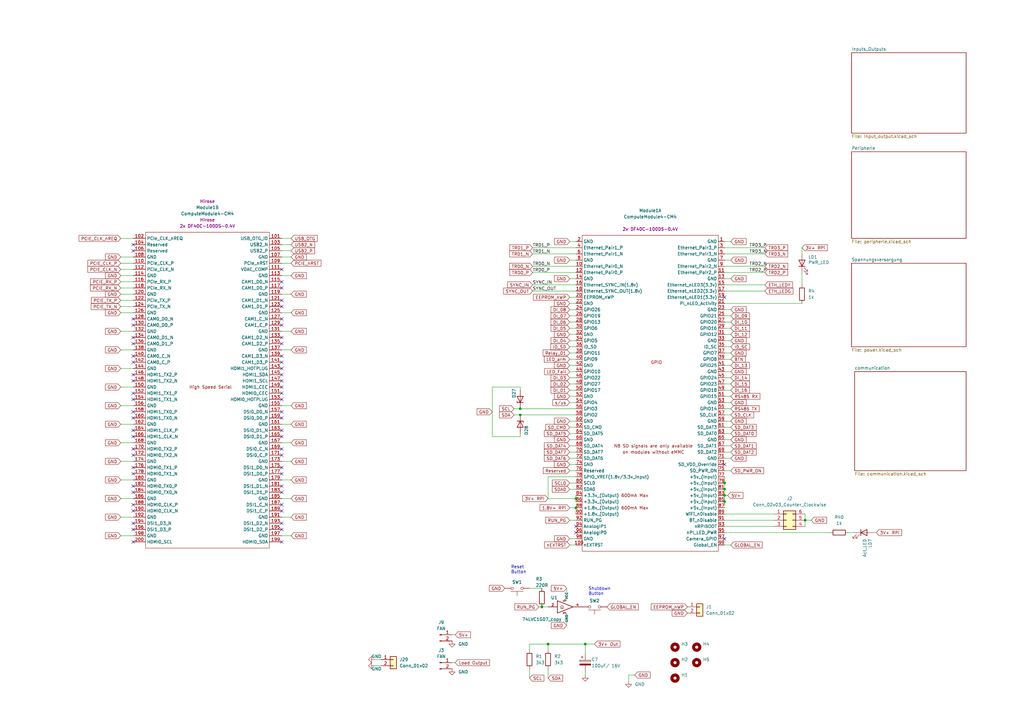
<source format=kicad_sch>
(kicad_sch (version 20211123) (generator eeschema)
  (paper "A3")
  (title_block (title "Crallyboard SoC") (date "2022-04-26") (rev "1.0") (comment 1 "Zum Anschluss eines Raspberry Pi CM4"))
  (junction (at 297.18 203.2))
  (junction (at 240.03 264.16))
  (junction (at 213.36 167.64))
  (junction (at 297.18 198.12))
  (junction (at 330.2 213.36))
  (junction (at 297.18 200.66))
  (junction (at 224.79 264.16))
  (junction (at 222.25 248.92))
  (junction (at 213.36 170.18))
  (junction (at 236.22 208.28))
  (junction (at 297.18 205.74))
  (junction (at 236.22 204.47))
  (no_connect (at 297.18 190.5))
  (no_connect (at 297.18 121.92))
  (no_connect (at 236.22 218.44))
  (no_connect (at 236.22 215.9))
  (no_connect (at 297.18 220.98))
  (no_connect (at 115.57 209.55))
  (no_connect (at 115.57 214.63))
  (no_connect (at 115.57 217.17))
  (no_connect (at 115.57 179.07))
  (no_connect (at 115.57 176.53))
  (no_connect (at 115.57 186.69))
  (no_connect (at 115.57 184.15))
  (no_connect (at 115.57 199.39))
  (no_connect (at 115.57 201.93))
  (no_connect (at 115.57 207.01))
  (no_connect (at 115.57 194.31))
  (no_connect (at 115.57 191.77))
  (no_connect (at 115.57 222.25))
  (no_connect (at 54.61 222.25))
  (no_connect (at 115.57 125.73))
  (no_connect (at 54.61 156.21))
  (no_connect (at 54.61 153.67))
  (no_connect (at 54.61 194.31))
  (no_connect (at 54.61 191.77))
  (no_connect (at 54.61 186.69))
  (no_connect (at 54.61 184.15))
  (no_connect (at 54.61 138.43))
  (no_connect (at 54.61 140.97))
  (no_connect (at 54.61 130.81))
  (no_connect (at 54.61 133.35))
  (no_connect (at 54.61 100.33))
  (no_connect (at 54.61 102.87))
  (no_connect (at 54.61 146.05))
  (no_connect (at 54.61 148.59))
  (no_connect (at 54.61 199.39))
  (no_connect (at 54.61 179.07))
  (no_connect (at 54.61 176.53))
  (no_connect (at 54.61 214.63))
  (no_connect (at 54.61 217.17))
  (no_connect (at 54.61 201.93))
  (no_connect (at 54.61 207.01))
  (no_connect (at 54.61 209.55))
  (no_connect (at 54.61 171.45))
  (no_connect (at 54.61 168.91))
  (no_connect (at 54.61 163.83))
  (no_connect (at 54.61 161.29))
  (no_connect (at 115.57 168.91))
  (no_connect (at 115.57 163.83))
  (no_connect (at 115.57 161.29))
  (no_connect (at 115.57 158.75))
  (no_connect (at 115.57 171.45))
  (no_connect (at 115.57 123.19))
  (no_connect (at 115.57 110.49))
  (no_connect (at 115.57 115.57))
  (no_connect (at 115.57 118.11))
  (no_connect (at 115.57 153.67))
  (no_connect (at 115.57 148.59))
  (no_connect (at 115.57 156.21))
  (no_connect (at 115.57 151.13))
  (no_connect (at 115.57 130.81))
  (no_connect (at 115.57 133.35))
  (no_connect (at 115.57 138.43))
  (no_connect (at 115.57 140.97))
  (no_connect (at 115.57 146.05))
  (wire (pts (xy 217.17 274.32) (xy 217.17 278.13)))
  (wire (pts (xy 236.22 114.3) (xy 233.68 114.3)))
  (wire (pts (xy 233.68 213.36) (xy 236.22 213.36)))
  (wire (pts (xy 49.53 115.57) (xy 54.61 115.57)))
  (wire (pts (xy 328.93 111.76) (xy 328.93 116.84)))
  (wire (pts (xy 297.18 167.64) (xy 299.72 167.64)))
  (wire (pts (xy 257.81 276.86) (xy 257.81 279.4)))
  (wire (pts (xy 297.18 111.76) (xy 313.69 111.76)))
  (wire (pts (xy 297.18 218.44) (xy 340.36 218.44)))
  (wire (pts (xy 297.18 177.8) (xy 299.72 177.8)))
  (wire (pts (xy 54.61 135.89) (xy 49.53 135.89)))
  (wire (pts (xy 218.44 104.14) (xy 236.22 104.14)))
  (wire (pts (xy 233.68 165.1) (xy 236.22 165.1)))
  (wire (pts (xy 54.61 189.23) (xy 49.53 189.23)))
  (wire (pts (xy 297.18 119.38) (xy 313.69 119.38)))
  (wire (pts (xy 153.67 270.51) (xy 156.21 270.51)))
  (wire (pts (xy 260.35 276.86) (xy 257.81 276.86)))
  (wire (pts (xy 224.79 264.16) (xy 224.79 266.7)))
  (wire (pts (xy 240.03 264.16) (xy 240.03 267.97)))
  (wire (pts (xy 233.68 124.46) (xy 236.22 124.46)))
  (wire (pts (xy 297.18 109.22) (xy 313.69 109.22)))
  (wire (pts (xy 297.18 223.52) (xy 299.72 223.52)))
  (wire (pts (xy 218.44 119.38) (xy 236.22 119.38)))
  (wire (pts (xy 115.57 128.27) (xy 119.38 128.27)))
  (wire (pts (xy 297.18 157.48) (xy 299.72 157.48)))
  (wire (pts (xy 213.36 158.75) (xy 213.36 160.02)))
  (wire (pts (xy 297.18 129.54) (xy 299.72 129.54)))
  (wire (pts (xy 233.68 134.62) (xy 236.22 134.62)))
  (wire (pts (xy 297.18 116.84) (xy 313.69 116.84)))
  (wire (pts (xy 115.57 100.33) (xy 119.38 100.33)))
  (wire (pts (xy 220.98 248.92) (xy 222.25 248.92)))
  (wire (pts (xy 185.42 271.78) (xy 186.69 271.78)))
  (wire (pts (xy 233.68 144.78) (xy 236.22 144.78)))
  (wire (pts (xy 243.84 264.16) (xy 240.03 264.16)))
  (wire (pts (xy 54.61 128.27) (xy 49.53 128.27)))
  (wire (pts (xy 54.61 105.41) (xy 49.53 105.41)))
  (wire (pts (xy 233.68 154.94) (xy 236.22 154.94)))
  (wire (pts (xy 54.61 204.47) (xy 49.53 204.47)))
  (wire (pts (xy 297.18 205.74) (xy 297.18 208.28)))
  (wire (pts (xy 115.57 166.37) (xy 119.38 166.37)))
  (wire (pts (xy 115.57 102.87) (xy 119.38 102.87)))
  (wire (pts (xy 297.18 137.16) (xy 299.72 137.16)))
  (wire (pts (xy 236.22 180.34) (xy 233.68 180.34)))
  (wire (pts (xy 297.18 127) (xy 299.72 127)))
  (wire (pts (xy 297.18 134.62) (xy 299.72 134.62)))
  (wire (pts (xy 297.18 203.2) (xy 298.45 203.2)))
  (wire (pts (xy 297.18 99.06) (xy 299.72 99.06)))
  (wire (pts (xy 233.68 147.32) (xy 236.22 147.32)))
  (wire (pts (xy 297.18 144.78) (xy 299.72 144.78)))
  (wire (pts (xy 236.22 137.16) (xy 233.68 137.16)))
  (wire (pts (xy 233.68 187.96) (xy 236.22 187.96)))
  (wire (pts (xy 297.18 210.82) (xy 317.5 210.82)))
  (wire (pts (xy 233.68 177.8) (xy 236.22 177.8)))
  (wire (pts (xy 54.61 166.37) (xy 49.53 166.37)))
  (wire (pts (xy 233.68 175.26) (xy 236.22 175.26)))
  (wire (pts (xy 233.68 193.04) (xy 236.22 193.04)))
  (wire (pts (xy 49.53 107.95) (xy 54.61 107.95)))
  (wire (pts (xy 350.52 218.44) (xy 347.98 218.44)))
  (wire (pts (xy 297.18 185.42) (xy 299.72 185.42)))
  (wire (pts (xy 236.22 106.68) (xy 233.68 106.68)))
  (wire (pts (xy 297.18 193.04) (xy 299.72 193.04)))
  (wire (pts (xy 115.57 173.99) (xy 119.38 173.99)))
  (wire (pts (xy 297.18 106.68) (xy 299.72 106.68)))
  (wire (pts (xy 297.18 139.7) (xy 299.72 139.7)))
  (wire (pts (xy 297.18 147.32) (xy 299.72 147.32)))
  (wire (pts (xy 115.57 105.41) (xy 119.38 105.41)))
  (wire (pts (xy 224.79 204.47) (xy 236.22 204.47)))
  (wire (pts (xy 210.82 170.18) (xy 213.36 170.18)))
  (wire (pts (xy 236.22 220.98) (xy 233.68 220.98)))
  (wire (pts (xy 233.68 182.88) (xy 236.22 182.88)))
  (wire (pts (xy 332.74 213.36) (xy 330.2 213.36)))
  (wire (pts (xy 236.22 204.47) (xy 236.22 203.2)))
  (wire (pts (xy 233.68 129.54) (xy 236.22 129.54)))
  (wire (pts (xy 236.22 208.28) (xy 236.22 210.82)))
  (wire (pts (xy 236.22 172.72) (xy 233.68 172.72)))
  (wire (pts (xy 49.53 97.79) (xy 54.61 97.79)))
  (wire (pts (xy 153.67 273.05) (xy 156.21 273.05)))
  (wire (pts (xy 297.18 182.88) (xy 299.72 182.88)))
  (wire (pts (xy 233.68 157.48) (xy 236.22 157.48)))
  (wire (pts (xy 213.36 179.07) (xy 213.36 177.8)))
  (wire (pts (xy 297.18 213.36) (xy 317.5 213.36)))
  (wire (pts (xy 54.61 196.85) (xy 49.53 196.85)))
  (wire (pts (xy 218.44 116.84) (xy 236.22 116.84)))
  (wire (pts (xy 224.79 195.58) (xy 224.79 204.47)))
  (wire (pts (xy 210.82 167.64) (xy 213.36 167.64)))
  (wire (pts (xy 213.36 167.64) (xy 236.22 167.64)))
  (wire (pts (xy 49.53 118.11) (xy 54.61 118.11)))
  (wire (pts (xy 297.18 104.14) (xy 313.69 104.14)))
  (wire (pts (xy 213.36 170.18) (xy 236.22 170.18)))
  (wire (pts (xy 54.61 158.75) (xy 49.53 158.75)))
  (wire (pts (xy 233.68 200.66) (xy 236.22 200.66)))
  (wire (pts (xy 233.68 152.4) (xy 236.22 152.4)))
  (wire (pts (xy 213.36 179.07) (xy 201.93 179.07)))
  (wire (pts (xy 297.18 175.26) (xy 299.72 175.26)))
  (wire (pts (xy 115.57 113.03) (xy 119.38 113.03)))
  (wire (pts (xy 297.18 200.66) (xy 297.18 203.2)))
  (wire (pts (xy 213.36 158.75) (xy 201.93 158.75)))
  (wire (pts (xy 297.18 172.72) (xy 299.72 172.72)))
  (wire (pts (xy 222.25 248.92) (xy 224.79 248.92)))
  (wire (pts (xy 232.41 251.46) (xy 232.41 256.54)))
  (wire (pts (xy 330.2 210.82) (xy 330.2 213.36)))
  (wire (pts (xy 240.03 275.59) (xy 240.03 276.86)))
  (wire (pts (xy 115.57 97.79) (xy 119.38 97.79)))
  (wire (pts (xy 232.41 241.3) (xy 232.41 246.38)))
  (wire (pts (xy 236.22 204.47) (xy 236.22 205.74)))
  (wire (pts (xy 49.53 125.73) (xy 54.61 125.73)))
  (wire (pts (xy 297.18 160.02) (xy 299.72 160.02)))
  (wire (pts (xy 297.18 203.2) (xy 297.18 205.74)))
  (wire (pts (xy 119.38 107.95) (xy 115.57 107.95)))
  (wire (pts (xy 233.68 208.28) (xy 236.22 208.28)))
  (wire (pts (xy 236.22 162.56) (xy 233.68 162.56)))
  (wire (pts (xy 54.61 151.13) (xy 49.53 151.13)))
  (wire (pts (xy 115.57 204.47) (xy 119.38 204.47)))
  (wire (pts (xy 218.44 111.76) (xy 236.22 111.76)))
  (wire (pts (xy 297.18 170.18) (xy 299.72 170.18)))
  (wire (pts (xy 54.61 120.65) (xy 49.53 120.65)))
  (wire (pts (xy 54.61 143.51) (xy 49.53 143.51)))
  (wire (pts (xy 297.18 114.3) (xy 299.72 114.3)))
  (wire (pts (xy 233.68 142.24) (xy 236.22 142.24)))
  (wire (pts (xy 49.53 123.19) (xy 54.61 123.19)))
  (wire (pts (xy 233.68 223.52) (xy 236.22 223.52)))
  (wire (pts (xy 218.44 109.22) (xy 236.22 109.22)))
  (wire (pts (xy 185.42 260.35) (xy 186.69 260.35)))
  (wire (pts (xy 224.79 274.32) (xy 224.79 278.13)))
  (wire (pts (xy 115.57 181.61) (xy 119.38 181.61)))
  (wire (pts (xy 297.18 142.24) (xy 299.72 142.24)))
  (wire (pts (xy 54.61 113.03) (xy 49.53 113.03)))
  (wire (pts (xy 233.68 139.7) (xy 236.22 139.7)))
  (wire (pts (xy 115.57 219.71) (xy 119.38 219.71)))
  (wire (pts (xy 54.61 219.71) (xy 49.53 219.71)))
  (wire (pts (xy 217.17 241.3) (xy 222.25 241.3)))
  (wire (pts (xy 54.61 181.61) (xy 49.53 181.61)))
  (wire (pts (xy 54.61 212.09) (xy 49.53 212.09)))
  (wire (pts (xy 297.18 187.96) (xy 299.72 187.96)))
  (wire (pts (xy 297.18 101.6) (xy 313.69 101.6)))
  (wire (pts (xy 54.61 173.99) (xy 49.53 173.99)))
  (wire (pts (xy 115.57 189.23) (xy 119.38 189.23)))
  (wire (pts (xy 217.17 264.16) (xy 224.79 264.16)))
  (wire (pts (xy 236.22 149.86) (xy 233.68 149.86)))
  (wire (pts (xy 297.18 165.1) (xy 299.72 165.1)))
  (wire (pts (xy 297.18 195.58) (xy 297.18 198.12)))
  (wire (pts (xy 217.17 266.7) (xy 217.17 264.16)))
  (wire (pts (xy 297.18 154.94) (xy 299.72 154.94)))
  (wire (pts (xy 240.03 264.16) (xy 224.79 264.16)))
  (wire (pts (xy 297.18 132.08) (xy 299.72 132.08)))
  (wire (pts (xy 201.93 158.75) (xy 201.93 179.07)))
  (wire (pts (xy 297.18 180.34) (xy 299.72 180.34)))
  (wire (pts (xy 233.68 132.08) (xy 236.22 132.08)))
  (wire (pts (xy 115.57 196.85) (xy 119.38 196.85)))
  (wire (pts (xy 330.2 213.36) (xy 330.2 215.9)))
  (wire (pts (xy 297.18 149.86) (xy 299.72 149.86)))
  (wire (pts (xy 236.22 99.06) (xy 233.68 99.06)))
  (wire (pts (xy 115.57 135.89) (xy 119.38 135.89)))
  (wire (pts (xy 115.57 212.09) (xy 119.38 212.09)))
  (wire (pts (xy 297.18 198.12) (xy 297.18 200.66)))
  (wire (pts (xy 233.68 198.12) (xy 236.22 198.12)))
  (wire (pts (xy 224.79 195.58) (xy 236.22 195.58)))
  (wire (pts (xy 297.18 215.9) (xy 317.5 215.9)))
  (wire (pts (xy 297.18 124.46) (xy 328.93 124.46)))
  (wire (pts (xy 233.68 160.02) (xy 236.22 160.02)))
  (wire (pts (xy 236.22 190.5) (xy 233.68 190.5)))
  (wire (pts (xy 359.41 218.44) (xy 358.14 218.44)))
  (wire (pts (xy 328.93 101.6) (xy 328.93 104.14)))
  (wire (pts (xy 115.57 120.65) (xy 119.38 120.65)))
  (wire (pts (xy 49.53 110.49) (xy 54.61 110.49)))
  (wire (pts (xy 233.68 127) (xy 236.22 127)))
  (wire (pts (xy 297.18 152.4) (xy 299.72 152.4)))
  (wire (pts (xy 297.18 162.56) (xy 299.72 162.56)))
  (wire (pts (xy 233.68 121.92) (xy 236.22 121.92)))
  (wire (pts (xy 233.68 185.42) (xy 236.22 185.42)))
  (wire (pts (xy 218.44 101.6) (xy 236.22 101.6)))
  (wire (pts (xy 115.57 143.51) (xy 119.38 143.51)))
  (text "Reset\nButton\n\n" (at 209.55 237.49 0) (effects (font (size 1.27 1.27)) (justify left bottom)))
  (text "Shutdown\nButton\n\n" (at 241.3 246.38 0) (effects (font (size 1.27 1.27)) (justify left bottom)))
  (label "TRD1_P" (at 218.44 101.6 0))
  (label "TRD3_N" (at 307.34 104.14 0))
  (label "SYNC_IN" (at 218.44 116.84 0))
  (label "TRD3_P" (at 307.34 101.6 0))
  (label "TRD2_N" (at 307.34 109.22 0))
  (label "TRD0_P" (at 218.44 111.76 0))
  (label "TRD2_P" (at 307.34 111.76 0))
  (label "TRD0_N" (at 218.44 109.22 0))
  (label "TRD1_N" (at 218.44 104.14 0))
  (label "SYNC_OUT" (at 218.44 119.38 0))
  (global_label "GND" (shape input) (at 119.38 173.99 0) (property "Intersheet References" "${INTERSHEET_REFS}" (effects hide)))
  (global_label "ID_SC" (shape input) (at 299.72 142.24 0) (property "Intersheet References" "${INTERSHEET_REFS}" (effects hide)))
  (global_label "USB2_N" (shape input) (at 119.38 100.33 0) (property "Referenzen zwischen Schaltplänen" "${INTERSHEET_REFS}" (effects hide)))
  (global_label "USB_OTG" (shape input) (at 119.38 97.79 0) (property "Referenzen zwischen Schaltplänen" "${INTERSHEET_REFS}" (effects hide)))
  (global_label "SD_PWR_ON" (shape input) (at 299.72 193.04 0) (property "Intersheet References" "${INTERSHEET_REFS}" (effects hide)))
  (global_label "GND" (shape input) (at 299.72 114.3 0) (property "Intersheet References" "${INTERSHEET_REFS}" (effects hide)))
  (global_label "SYNC_IN" (shape input) (at 218.44 116.84 180) (property "Intersheet References" "${INTERSHEET_REFS}" (effects hide)))
  (global_label "GND" (shape input) (at 49.53 120.65 180) (property "Intersheet References" "${INTERSHEET_REFS}" (effects hide)))
  (global_label "s{slash}us" (shape input) (at 233.68 165.1 180) (property "Intersheet References" "${INTERSHEET_REFS}" (effects hide)))
  (global_label "Load Output" (shape input) (at 186.69 271.78 0) (property "Intersheet References" "${INTERSHEET_REFS}" (effects hide)))
  (global_label "BTN" (shape input) (at 299.72 147.32 0) (property "Intersheet References" "${INTERSHEET_REFS}" (effects hide)))
  (global_label "GND" (shape input) (at 299.72 172.72 0) (property "Intersheet References" "${INTERSHEET_REFS}" (effects hide)))
  (global_label "ETH_LEDG" (shape input) (at 313.69 119.38 0) (property "Intersheet References" "${INTERSHEET_REFS}" (effects hide)))
  (global_label "GND" (shape input) (at 119.38 212.09 0) (property "Intersheet References" "${INTERSHEET_REFS}" (effects hide)))
  (global_label "PCIE_TX_P" (shape input) (at 49.53 123.19 180) (property "Intersheet References" "${INTERSHEET_REFS}" (effects hide)))
  (global_label "TRD2_P" (shape input) (at 313.69 111.76 0) (property "Intersheet References" "${INTERSHEET_REFS}" (effects hide)))
  (global_label "GND" (shape input) (at 233.68 137.16 180) (property "Intersheet References" "${INTERSHEET_REFS}" (effects hide)))
  (global_label "GND" (shape input) (at 299.72 180.34 0) (property "Intersheet References" "${INTERSHEET_REFS}" (effects hide)))
  (global_label "GND" (shape input) (at 299.72 187.96 0) (property "Intersheet References" "${INTERSHEET_REFS}" (effects hide)))
  (global_label "GND" (shape input) (at 49.53 128.27 180) (property "Intersheet References" "${INTERSHEET_REFS}" (effects hide)))
  (global_label "SCL" (shape input) (at 210.82 167.64 180) (property "Intersheet References" "${INTERSHEET_REFS}" (effects hide)))
  (global_label "GND" (shape input) (at 299.72 106.68 0) (property "Intersheet References" "${INTERSHEET_REFS}" (effects hide)))
  (global_label "GND" (shape input) (at 49.53 158.75 180) (property "Intersheet References" "${INTERSHEET_REFS}" (effects hide)))
  (global_label "GND" (shape input) (at 119.38 105.41 0) (property "Intersheet References" "${INTERSHEET_REFS}" (effects hide)))
  (global_label "SCL0" (shape input) (at 233.68 198.12 180) (property "Intersheet References" "${INTERSHEET_REFS}" (effects hide)))
  (global_label "Relay_01" (shape input) (at 233.68 144.78 180) (property "Intersheet References" "${INTERSHEET_REFS}" (effects hide)))
  (global_label "ID_SD" (shape input) (at 233.68 142.24 180) (property "Intersheet References" "${INTERSHEET_REFS}" (effects hide)))
  (global_label "5V+" (shape input) (at 232.41 241.3 180) (property "Intersheet References" "${INTERSHEET_REFS}" (effects hide)))
  (global_label "GND" (shape input) (at 119.38 204.47 0) (property "Intersheet References" "${INTERSHEET_REFS}" (effects hide)))
  (global_label "SD_DAT7" (shape input) (at 233.68 185.42 180) (property "Intersheet References" "${INTERSHEET_REFS}" (effects hide)))
  (global_label "GND" (shape input) (at 201.93 168.91 180) (property "Intersheet References" "${INTERSHEET_REFS}" (effects hide)))
  (global_label "PCIE_CLK_P" (shape input) (at 49.53 107.95 180) (property "Intersheet References" "${INTERSHEET_REFS}" (effects hide)))
  (global_label "SDA" (shape input) (at 224.79 278.13 0) (property "Intersheet References" "${INTERSHEET_REFS}" (effects hide)))
  (global_label "GND" (shape input) (at 119.38 143.51 0) (property "Intersheet References" "${INTERSHEET_REFS}" (effects hide)))
  (global_label "GND" (shape input) (at 119.38 181.61 0) (property "Intersheet References" "${INTERSHEET_REFS}" (effects hide)))
  (global_label "EEPROM_nWP" (shape input) (at 233.68 121.92 180) (property "Intersheet References" "${INTERSHEET_REFS}" (effects hide)))
  (global_label "GND" (shape input) (at 233.68 149.86 180) (property "Intersheet References" "${INTERSHEET_REFS}" (effects hide)))
  (global_label "TRD3_P" (shape input) (at 313.69 101.6 0) (property "Intersheet References" "${INTERSHEET_REFS}" (effects hide)))
  (global_label "DI_04" (shape input) (at 233.68 139.7 180) (property "Intersheet References" "${INTERSHEET_REFS}" (effects hide)))
  (global_label "GND" (shape input) (at 49.53 212.09 180) (property "Intersheet References" "${INTERSHEET_REFS}" (effects hide)))
  (global_label "1.8V+ RPi" (shape input) (at 233.68 208.28 180) (property "Intersheet References" "${INTERSHEET_REFS}" (effects hide)))
  (global_label "GND" (shape input) (at 119.38 135.89 0) (property "Intersheet References" "${INTERSHEET_REFS}" (effects hide)))
  (global_label "DI_11" (shape input) (at 299.72 134.62 0) (property "Intersheet References" "${INTERSHEET_REFS}" (effects hide)))
  (global_label "5V+" (shape input) (at 298.45 203.2 0) (property "Intersheet References" "${INTERSHEET_REFS}" (effects hide)))
  (global_label "SD_DAT1" (shape input) (at 299.72 182.88 0) (property "Intersheet References" "${INTERSHEET_REFS}" (effects hide)))
  (global_label "Reserved" (shape input) (at 233.68 193.04 180) (property "Intersheet References" "${INTERSHEET_REFS}" (effects hide)))
  (global_label "3V+ RPi" (shape input) (at 224.79 204.47 180) (property "Intersheet References" "${INTERSHEET_REFS}" (effects hide)))
  (global_label "SD_CMD" (shape input) (at 233.68 175.26 180) (property "Intersheet References" "${INTERSHEET_REFS}" (effects hide)))
  (global_label "DI_03" (shape input) (at 233.68 154.94 180) (property "Intersheet References" "${INTERSHEET_REFS}" (effects hide)))
  (global_label "GND" (shape input) (at 49.53 143.51 180) (property "Intersheet References" "${INTERSHEET_REFS}" (effects hide)))
  (global_label "GND" (shape input) (at 49.53 151.13 180) (property "Intersheet References" "${INTERSHEET_REFS}" (effects hide)))
  (global_label "GLOBAL_EN" (shape input) (at 248.92 248.92 0) (property "Intersheet References" "${INTERSHEET_REFS}" (effects hide)))
  (global_label "PCIE_nRST" (shape input) (at 119.38 107.95 0) (property "Intersheet References" "${INTERSHEET_REFS}" (effects hide)))
  (global_label "3V+ RPi" (shape input) (at 328.93 101.6 0) (property "Intersheet References" "${INTERSHEET_REFS}" (effects hide)))
  (global_label "SCL" (shape input) (at 217.17 278.13 0) (property "Intersheet References" "${INTERSHEET_REFS}" (effects hide)))
  (global_label "SD_DAT4" (shape input) (at 233.68 182.88 180) (property "Intersheet References" "${INTERSHEET_REFS}" (effects hide)))
  (global_label "GND" (shape input) (at 119.38 113.03 0) (property "Intersheet References" "${INTERSHEET_REFS}" (effects hide)))
  (global_label "SD_DAT5" (shape input) (at 233.68 177.8 180) (property "Intersheet References" "${INTERSHEET_REFS}" (effects hide)))
  (global_label "TRD0_N" (shape input) (at 218.44 109.22 180) (property "Intersheet References" "${INTERSHEET_REFS}" (effects hide)))
  (global_label "GND" (shape input) (at 207.01 241.3 180) (property "Intersheet References" "${INTERSHEET_REFS}" (effects hide)))
  (global_label "SD_DAT0" (shape input) (at 299.72 177.8 0) (property "Intersheet References" "${INTERSHEET_REFS}" (effects hide)))
  (global_label "3V+ RPi" (shape input) (at 359.41 218.44 0) (property "Intersheet References" "${INTERSHEET_REFS}" (effects hide)))
  (global_label "TRD1_P" (shape input) (at 218.44 101.6 180) (property "Intersheet References" "${INTERSHEET_REFS}" (effects hide)))
  (global_label "DI_05" (shape input) (at 233.68 134.62 180) (property "Intersheet References" "${INTERSHEET_REFS}" (effects hide)))
  (global_label "RS485 TX" (shape input) (at 299.72 167.64 0) (property "Intersheet References" "${INTERSHEET_REFS}" (effects hide)))
  (global_label "GND" (shape input) (at 299.72 127 0) (property "Intersheet References" "${INTERSHEET_REFS}" (effects hide)))
  (global_label "DI_15" (shape input) (at 299.72 157.48 0) (property "Intersheet References" "${INTERSHEET_REFS}" (effects hide)))
  (global_label "DI_10" (shape input) (at 299.72 132.08 0) (property "Intersheet References" "${INTERSHEET_REFS}" (effects hide)))
  (global_label "nEXTRST" (shape input) (at 233.68 223.52 180) (property "Referenzen zwischen Schaltplänen" "${INTERSHEET_REFS}" (effects hide)))
  (global_label "GND" (shape input) (at 299.72 152.4 0) (property "Intersheet References" "${INTERSHEET_REFS}" (effects hide)))
  (global_label "GND" (shape input) (at 233.68 114.3 180) (property "Intersheet References" "${INTERSHEET_REFS}" (effects hide)))
  (global_label "GND" (shape input) (at 119.38 166.37 0) (property "Intersheet References" "${INTERSHEET_REFS}" (effects hide)))
  (global_label "PCIE_CLK_nREQ" (shape input) (at 49.53 97.79 180) (property "Intersheet References" "${INTERSHEET_REFS}" (effects hide)))
  (global_label "DI_16" (shape input) (at 299.72 160.02 0) (property "Intersheet References" "${INTERSHEET_REFS}" (effects hide)))
  (global_label "GLOBAL_EN" (shape input) (at 299.72 223.52 0) (property "Intersheet References" "${INTERSHEET_REFS}" (effects hide)))
  (global_label "GND" (shape input) (at 232.41 256.54 180) (property "Intersheet References" "${INTERSHEET_REFS}" (effects hide)))
  (global_label "EEPROM_nWP" (shape input) (at 281.94 248.92 180) (property "Intersheet References" "${INTERSHEET_REFS}" (effects hide)))
  (global_label "PCIE_CLK_N" (shape input) (at 49.53 110.49 180) (property "Intersheet References" "${INTERSHEET_REFS}" (effects hide)))
  (global_label "GND" (shape input) (at 299.72 99.06 0) (property "Intersheet References" "${INTERSHEET_REFS}" (effects hide)))
  (global_label "DI_09" (shape input) (at 299.72 129.54 0) (property "Intersheet References" "${INTERSHEET_REFS}" (effects hide)))
  (global_label "GND" (shape input) (at 49.53 173.99 180) (property "Intersheet References" "${INTERSHEET_REFS}" (effects hide)))
  (global_label "5V+" (shape input) (at 186.69 260.35 0) (property "Intersheet References" "${INTERSHEET_REFS}" (effects hide)))
  (global_label "GND" (shape input) (at 233.68 220.98 180) (property "Intersheet References" "${INTERSHEET_REFS}" (effects hide)))
  (global_label "GND" (shape input) (at 49.53 189.23 180) (property "Intersheet References" "${INTERSHEET_REFS}" (effects hide)))
  (global_label "GND" (shape input) (at 233.68 190.5 180) (property "Intersheet References" "${INTERSHEET_REFS}" (effects hide)))
  (global_label "GND" (shape input) (at 233.68 162.56 180) (property "Intersheet References" "${INTERSHEET_REFS}" (effects hide)))
  (global_label "TRD0_P" (shape input) (at 218.44 111.76 180) (property "Intersheet References" "${INTERSHEET_REFS}" (effects hide)))
  (global_label "DI_08" (shape input) (at 233.68 127 180) (property "Intersheet References" "${INTERSHEET_REFS}" (effects hide)))
  (global_label "GND" (shape input) (at 260.35 276.86 0) (property "Intersheet References" "${INTERSHEET_REFS}" (effects hide)))
  (global_label "GND" (shape input) (at 233.68 106.68 180) (property "Intersheet References" "${INTERSHEET_REFS}" (effects hide)))
  (global_label "GND" (shape input) (at 119.38 128.27 0) (property "Intersheet References" "${INTERSHEET_REFS}" (effects hide)))
  (global_label "GND" (shape input) (at 119.38 219.71 0) (property "Intersheet References" "${INTERSHEET_REFS}" (effects hide)))
  (global_label "GND" (shape input) (at 299.72 139.7 0) (property "Intersheet References" "${INTERSHEET_REFS}" (effects hide)))
  (global_label "SD_CLK" (shape input) (at 299.72 170.18 0) (property "Intersheet References" "${INTERSHEET_REFS}" (effects hide)))
  (global_label "GND" (shape input) (at 119.38 120.65 0) (property "Intersheet References" "${INTERSHEET_REFS}" (effects hide)))
  (global_label "DI_13" (shape input) (at 299.72 149.86 0) (property "Intersheet References" "${INTERSHEET_REFS}" (effects hide)))
  (global_label "USB2_P" (shape input) (at 119.38 102.87 0) (property "Referenzen zwischen Schaltplänen" "${INTERSHEET_REFS}" (effects hide)))
  (global_label "GND" (shape input) (at 49.53 219.71 180) (property "Intersheet References" "${INTERSHEET_REFS}" (effects hide)))
  (global_label "GND" (shape input) (at 49.53 105.41 180) (property "Intersheet References" "${INTERSHEET_REFS}" (effects hide)))
  (global_label "RUN_PG" (shape input) (at 220.98 248.92 180) (property "Intersheet References" "${INTERSHEET_REFS}" (effects hide)))
  (global_label "SD_DAT2" (shape input) (at 299.72 185.42 0) (property "Intersheet References" "${INTERSHEET_REFS}" (effects hide)))
  (global_label "SDA" (shape input) (at 210.82 170.18 180) (property "Intersheet References" "${INTERSHEET_REFS}" (effects hide)))
  (global_label "GND" (shape input) (at 233.68 99.06 180) (property "Intersheet References" "${INTERSHEET_REFS}" (effects hide)))
  (global_label "SDA0" (shape input) (at 233.68 200.66 180) (property "Intersheet References" "${INTERSHEET_REFS}" (effects hide)))
  (global_label "GND" (shape input) (at 49.53 113.03 180) (property "Intersheet References" "${INTERSHEET_REFS}" (effects hide)))
  (global_label "TRD1_N" (shape input) (at 218.44 104.14 180) (property "Intersheet References" "${INTERSHEET_REFS}" (effects hide)))
  (global_label "SYNC_OUT" (shape input) (at 218.44 119.38 180) (property "Intersheet References" "${INTERSHEET_REFS}" (effects hide)))
  (global_label "GND" (shape input) (at 281.94 251.46 180) (property "Intersheet References" "${INTERSHEET_REFS}" (effects hide)))
  (global_label "DI_14" (shape input) (at 299.72 154.94 0) (property "Intersheet References" "${INTERSHEET_REFS}" (effects hide)))
  (global_label "GND" (shape input) (at 233.68 180.34 180) (property "Intersheet References" "${INTERSHEET_REFS}" (effects hide)))
  (global_label "DI_02" (shape input) (at 233.68 157.48 180) (property "Intersheet References" "${INTERSHEET_REFS}" (effects hide)))
  (global_label "SD_DAT6" (shape input) (at 233.68 187.96 180) (property "Intersheet References" "${INTERSHEET_REFS}" (effects hide)))
  (global_label "LED_arm" (shape input) (at 233.68 147.32 180) (property "Intersheet References" "${INTERSHEET_REFS}" (effects hide)))
  (global_label "RS485 RX" (shape input) (at 299.72 162.56 0) (property "Intersheet References" "${INTERSHEET_REFS}" (effects hide)))
  (global_label "GND" (shape input) (at 49.53 181.61 180) (property "Intersheet References" "${INTERSHEET_REFS}" (effects hide)))
  (global_label "LED_Fail" (shape input) (at 233.68 152.4 180) (property "Intersheet References" "${INTERSHEET_REFS}" (effects hide)))
  (global_label "ETH_LEDY" (shape input) (at 313.69 116.84 0) (property "Intersheet References" "${INTERSHEET_REFS}" (effects hide)))
  (global_label "GND" (shape input) (at 299.72 144.78 0) (property "Intersheet References" "${INTERSHEET_REFS}" (effects hide)))
  (global_label "TRD3_N" (shape input) (at 313.69 104.14 0) (property "Intersheet References" "${INTERSHEET_REFS}" (effects hide)))
  (global_label "SD_DAT3" (shape input) (at 299.72 175.26 0) (property "Intersheet References" "${INTERSHEET_REFS}" (effects hide)))
  (global_label "GND" (shape input) (at 49.53 204.47 180) (property "Intersheet References" "${INTERSHEET_REFS}" (effects hide)))
  (global_label "PCIE_RX_P" (shape input) (at 49.53 115.57 180) (property "Intersheet References" "${INTERSHEET_REFS}" (effects hide)))
  (global_label "DI_06" (shape input) (at 233.68 132.08 180) (property "Intersheet References" "${INTERSHEET_REFS}" (effects hide)))
  (global_label "GND" (shape input) (at 49.53 135.89 180) (property "Intersheet References" "${INTERSHEET_REFS}" (effects hide)))
  (global_label "DI_12" (shape input) (at 299.72 137.16 0) (property "Intersheet References" "${INTERSHEET_REFS}" (effects hide)))
  (global_label "GND" (shape input) (at 332.74 213.36 0) (property "Intersheet References" "${INTERSHEET_REFS}" (effects hide)))
  (global_label "GND" (shape input) (at 233.68 172.72 180) (property "Intersheet References" "${INTERSHEET_REFS}" (effects hide)))
  (global_label "DI_07" (shape input) (at 233.68 129.54 180) (property "Intersheet References" "${INTERSHEET_REFS}" (effects hide)))
  (global_label "DI_01" (shape input) (at 233.68 160.02 180) (property "Intersheet References" "${INTERSHEET_REFS}" (effects hide)))
  (global_label "3V+ Out" (shape input) (at 243.84 264.16 0) (property "Intersheet References" "${INTERSHEET_REFS}" (effects hide)))
  (global_label "GND" (shape input) (at 119.38 196.85 0) (property "Intersheet References" "${INTERSHEET_REFS}" (effects hide)))
  (global_label "GND" (shape input) (at 49.53 166.37 180) (property "Intersheet References" "${INTERSHEET_REFS}" (effects hide)))
  (global_label "GND" (shape input) (at 119.38 189.23 0) (property "Intersheet References" "${INTERSHEET_REFS}" (effects hide)))
  (global_label "TRD2_N" (shape input) (at 313.69 109.22 0) (property "Intersheet References" "${INTERSHEET_REFS}" (effects hide)))
  (global_label "PCIE_RX_N" (shape input) (at 49.53 118.11 180) (property "Intersheet References" "${INTERSHEET_REFS}" (effects hide)))
  (global_label "RUN_PG" (shape input) (at 233.68 213.36 180) (property "Intersheet References" "${INTERSHEET_REFS}" (effects hide)))
  (global_label "PCIE_TX_N" (shape input) (at 49.53 125.73 180) (property "Intersheet References" "${INTERSHEET_REFS}" (effects hide)))
  (global_label "GND" (shape input) (at 233.68 124.46 180) (property "Intersheet References" "${INTERSHEET_REFS}" (effects hide)))
  (global_label "GND" (shape input) (at 49.53 196.85 180) (property "Intersheet References" "${INTERSHEET_REFS}" (effects hide)))
  (global_label "GND" (shape input) (at 299.72 165.1 0) (property "Intersheet References" "${INTERSHEET_REFS}" (effects hide)))
  (symbol (lib_id "Device:R") (at 222.25 245.11 0) (unit 1)
    (property "Reference" "R3" (at 219.71 237.49 0) (effects (justify left)))
    (property "Value" "220R" (at 219.71 240.03 0) (effects (justify left)))
    (property "Footprint" "Resistor_SMD:R_0805_2012Metric_Pad1.20x1.40mm_HandSolder" (effects hide))
    (property "Mouser Part Number" "603-RC0805FR-13220RL" (effects hide))
    (property "buy" "https://www.mouser.co.uk/ProductDetail/YAGEO/RC0805FR-13220RL?qs=m6lXFsvg5e2iBXKHbsJECg%3D%3D" (effects hide))
  )
  (symbol (lib_id "CM4IO:74LVC1G07_copy") (at 232.41 248.92 0) (unit 1)
    (property "Reference" "U1" (at 227.33 245.11 0))
    (property "Value" "74LVC1G07_copy" (at 222.25 254 0))
    (property "Footprint" "Package_TO_SOT_SMD:SOT-353_SC-70-5" (effects hide))
    (property "Datasheet" "http://www.ti.com/lit/sg/scyt129e/scyt129e.pdf" (effects hide))
    (property "Mouser Part Number" "595-SN74LVC1G07DCKT " (effects hide))
    (property "buy" "https://www.mouser.co.uk/ProductDetail/Texas-Instruments/SN74LVC1G07DCKT?qs=EIjG%252BN7kn%252BmH9h6Z1AqRIw%3D%3D" (effects hide))
    (property "alt buy" "https://de.heisener.com/productdetail/sn74lvc1g07dckt" (effects hide))
  )
  (symbol (lib_id "Connector:Conn_01x02_Male") (at 180.34 260.35 0) (unit 1)
    (property "Reference" "J9" (at 180.975 255.27 0))
    (property "Value" "FAN" (at 180.975 257.81 0))
    (property "Footprint" "Connector_Molex:Molex_KK-254_AE-6410-02A_1x02_P2.54mm_Vertical" (effects hide))
    (property "Datasheet" "https://www.molex.com/webdocs/datasheets/pdf/en-us/0022272021_PCB_HEADERS.pdf" (effects hide))
    (property "Mouser Part Number" "538-22-27-2021 " (effects hide))
    (property "buy" "https://www.mouser.co.uk/ProductDetail/Molex/22-27-2021?qs=hSmm4fxMIuPWb6osY0uomA%3D%3D" (effects hide))
  )
  (symbol (lib_id "power:GND") (at 257.81 279.4 0) (unit 1)
    (property "Reference" "#PWR0127" (effects hide))
    (property "Value" "GND" (at 260.35 280.6699 0) (effects (justify left)))
  )
  (symbol (lib_id "Device:R") (at 344.17 218.44 270) (unit 1)
    (property "Reference" "R40" (at 344.17 212.09 90))
    (property "Value" "1k" (at 344.17 214.63 90))
    (property "Footprint" "Resistor_SMD:R_0805_2012Metric_Pad1.20x1.40mm_HandSolder" (effects hide))
    (property "Mouser Part Number" "603-RC0805FR-131KL " (effects hide))
    (property "buy" "https://www.mouser.de/ProductDetail/YAGEO/RT0805FRE101KL?qs=F5EMLAvA7ICImOvmHX98vQ%3D%3D" (effects hide))
  )
  (symbol (lib_id "Device:R") (at 217.17 270.51 0) (unit 1)
    (property "Reference" "R1" (at 219.71 269.2399 0) (effects (justify left)))
    (property "Value" "3k3" (at 219.71 271.7799 0) (effects (justify left)))
    (property "Footprint" "Resistor_SMD:R_0805_2012Metric_Pad1.20x1.40mm_HandSolder" (effects hide))
    (property "Datasheet" "https://www.mouser.de/datasheet/2/418/NG_CD_1623214_BA-677598.pdf" (effects hide))
    (property "Field4" "TE Connectivity" (effects hide))
    (property "Field5" "CRG0805F3K3" (effects hide))
    (property "Mouser Part Number" "603-RC0805FR-103K3L " (effects hide))
    (property "buy" "https://www.mouser.co.uk/ProductDetail/YAGEO/RC0805FR-103K3L?qs=m6lXFsvg5e3KwZnN2JvM%2Fg%3D%3D" (effects hide))
  )
  (symbol (lib_id "Diode:1N47xxA") (at 213.36 173.99 270) (unit 1)
    (property "Reference" "D28" (at 215.9 176.53 0))
    (property "Value" "1N47xxA" (effects hide))
    (property "Footprint" "Diode_SMD:D_MiniMELF" (effects hide))
    (property "Datasheet" "https://www.vishay.com/docs/85816/1n4728a.pdf" (effects hide))
    (property "buy" "https://www.mouser.de/ProductDetail/637-ZMM3.3" (effects hide))
  )
  (symbol (lib_id "Connector_Generic:Conn_01x02") (at 287.02 248.92 0) (unit 1)
    (property "Reference" "J1" (at 289.56 248.9199 0) (effects (justify left)))
    (property "Value" "Conn_01x02" (at 289.56 251.4599 0) (effects (justify left)))
    (property "Footprint" "Jumper:SolderJumper-2_P1.3mm_Open_RoundedPad1.0x1.5mm" (effects hide))
  )
  (symbol (lib_id "Mechanical:MountingHole") (at 276.86 271.78 0) (unit 1)
    (property "Reference" "H2" (at 279.4 270.5099 0) (effects (justify left)))
    (property "Value" "MountingHole_4.3mm_M4" (effects hide))
    (property "Footprint" "MountingHole:MountingHole_4.3mm_M4" (effects hide))
  )
  (symbol (lib_id "Mechanical:MountingHole") (at 276.86 265.43 0) (unit 1)
    (property "Reference" "H3" (at 279.4 264.1599 0) (effects (justify left)))
    (property "Value" "MountingHole_4.3mm_M4" (effects hide))
    (property "Footprint" "MountingHole:MountingHole_4.3mm_M4" (effects hide))
  )
  (symbol (lib_id "power:GND") (at 185.42 262.89 0) (unit 1)
    (property "Reference" "#PWR0112" (effects hide))
    (property "Value" "GND" (at 187.96 264.1599 0) (effects (justify left)))
  )
  (symbol (lib_id "Switch:SW_Push") (at 212.09 241.3 180) (unit 1)
    (property "Reference" "SW1" (at 212.09 238.76 0))
    (property "Value" " " (at 212.09 238.76 0))
    (property "Footprint" "Button_Switch_THT:SW_PUSH_6mm_H5mm" (effects hide))
    (property "Datasheet" "https://www.mouser.de/datasheet/2/670/ts02-2586188.pdf" (effects hide))
    (property "Field4" "CUI Devices" (effects hide))
    (property "Field5" "TS02-66-60-BK-160-SCR-D " (effects hide))
    (property "Mouser Part Number" "179-TS026660BK160SCR" (effects hide))
    (property "buy" "https://www.mouser.co.uk/ProductDetail/CUI-Devices/TS02-66-60-BK-160-SCR-D?qs=A6eO%252BMLsxmRHhPfyQ3LJeQ%3D%3D" (effects hide))
  )
  (symbol (lib_id "power:GND") (at 240.03 276.86 0) (unit 1)
    (property "Reference" "#PWR0126" (effects hide))
    (property "Value" "GND" (effects hide))
  )
  (symbol (lib_id "Device:LED") (at 328.93 107.95 90) (unit 1)
    (property "Reference" "LD1" (at 331.47 105.41 90) (effects (justify right)))
    (property "Value" "PWR_LED" (at 331.47 107.6326 90) (effects (justify right)))
    (property "Footprint" "LED_SMD:LED_0805_2012Metric_Pad1.15x1.40mm_HandSolder" (effects hide))
    (property "Datasheet" "https://www.mouser.de/datasheet/2/216/APTD2012LCGCK-1102037.pdf" (effects hide))
    (property "Mouser Part Number" " 604-APTD2012LCGCK " (effects hide))
    (property "Manufacturer" "Kingbright" (effects hide))
    (property "Field6" "APTD2012LCGCK" (effects hide))
    (property "buy" "https://www.mouser.de/ProductDetail/Kingbright/APTD2012LCGCK?qs=AQlKX63v8RvNHN%2F9EGvNTg%3D%3D" (effects hide))
  )
  (symbol (lib_id "Device:C_Polarized") (at 240.03 271.78 0) (unit 1)
    (property "Reference" "C7" (at 242.57 270.51 0) (effects (justify left)))
    (property "Value" "100uF/ 16V" (at 242.57 273.05 0) (effects (justify left)))
    (property "Footprint" "Capacitor_SMD:CP_Elec_8x6.2" (effects hide))
    (property "Datasheet" "https://www.mouser.de/datasheet/2/315/ABA0000C1145-947633.pdf" (effects hide))
    (property "Field4" "Panasonic" (effects hide))
    (property "Field5" "EEE-1CA101P" (effects hide))
    (property "Mouser Part Number" "667-EEE-1CA101P " (effects hide))
    (property "buy" "https://www.mouser.co.uk/ProductDetail/647-UUR1C101MCL1GS" (effects hide))
  )
  (symbol (lib_id "Mechanical:MountingHole") (at 285.75 271.78 0) (unit 1)
    (property "Reference" "H5" (at 288.29 270.5099 0) (effects (justify left)))
    (property "Value" "MountingHole_4.3mm_M4" (effects hide))
    (property "Footprint" "MountingHole:MountingHole_4.3mm_M4" (effects hide))
  )
  (symbol (lib_id "Connector_Generic:Conn_02x03_Counter_Clockwise") (at 322.58 213.36 0) (unit 1)
    (property "Reference" "J2" (at 323.85 204.47 0))
    (property "Value" "Conn_02x03_Counter_Clockwise" (at 323.85 207.01 0))
    (property "Footprint" "Button_Switch_SMD:SW_DIP_SPSTx03_Slide_Omron_A6S-310x_W8.9mm_P2.54mm" (effects hide))
    (property "Datasheet" "https://www.mouser.de/datasheet/2/307/en-a6s-1224092.pdf" (effects hide))
    (property "Mouser Part Number" "653-A6S-3102-PH" (effects hide))
    (property "buy" "https://www.mouser.co.uk/ProductDetail/Omron-Electronics/A6S-3102-PH?qs=ZP3UR5XsUoe5MpJ7jw3RBg%3D%3D" (effects hide))
    (property "alt buy" "https://www.mouser.co.uk/ProductDetail/653-A6S-3101-H" (effects hide))
  )
  (symbol (lib_id "Switch:SW_Push") (at 243.84 248.92 180) (unit 1)
    (property "Reference" "SW2" (at 243.84 246.38 0))
    (property "Value" " " (at 243.84 246.38 0))
    (property "Footprint" "Button_Switch_THT:SW_PUSH_6mm_H5mm" (effects hide))
    (property "Mouser Part Number" "179-TS026660BK160SCR" (effects hide))
    (property "buy" "https://www.mouser.co.uk/ProductDetail/CUI-Devices/TS02-66-60-BK-160-SCR-D?qs=A6eO%252BMLsxmRHhPfyQ3LJeQ%3D%3D" (effects hide))
  )
  (symbol (lib_id "Connector_Generic:Conn_01x02") (at 161.29 270.51 0) (unit 1)
    (property "Reference" "J29" (at 163.83 270.5099 0) (effects (justify left)))
    (property "Value" "Conn_01x02" (at 163.83 273.0499 0) (effects (justify left)))
    (property "Footprint" "TerminalBlock:TerminalBlock_bornier-2_P5.08mm" (effects hide))
  )
  (symbol (lib_id "Mechanical:MountingHole") (at 285.75 265.43 0) (unit 1)
    (property "Reference" "H4" (at 288.29 264.1599 0) (effects (justify left)))
    (property "Value" "MountingHole_4.3mm_M4" (effects hide))
    (property "Footprint" "MountingHole:MountingHole_4.3mm_M4" (effects hide))
  )
  (symbol (lib_id "Connector:Conn_01x02_Male") (at 180.34 271.78 0) (unit 1)
    (property "Reference" "J3" (at 180.975 266.7 0))
    (property "Value" "FAN" (at 180.975 269.24 0))
    (property "Footprint" "Connector_Molex:Molex_KK-254_AE-6410-02A_1x02_P2.54mm_Vertical" (effects hide))
    (property "Datasheet" "https://www.molex.com/webdocs/datasheets/pdf/en-us/0022272021_PCB_HEADERS.pdf" (effects hide))
    (property "Mouser Part Number" "538-22-27-2021 " (effects hide))
    (property "buy" "https://www.mouser.co.uk/ProductDetail/Molex/22-27-2021?qs=hSmm4fxMIuPWb6osY0uomA%3D%3D" (effects hide))
  )
  (symbol (lib_id "Device:R") (at 224.79 270.51 0) (unit 1)
    (property "Reference" "R2" (at 227.33 269.2399 0) (effects (justify left)))
    (property "Value" "3k3" (at 227.33 271.7799 0) (effects (justify left)))
    (property "Footprint" "Resistor_SMD:R_0805_2012Metric_Pad1.20x1.40mm_HandSolder" (effects hide))
    (property "Datasheet" "https://www.mouser.de/datasheet/2/418/NG_CD_1623214_BA-677598.pdf" (effects hide))
    (property "Field4" "TE Connectivity" (effects hide))
    (property "Field5" "CRG0805F3K3" (effects hide))
    (property "Mouser Part Number" "603-RC0805FR-103K3L " (effects hide))
    (property "buy" "https://www.mouser.co.uk/ProductDetail/YAGEO/RC0805FR-103K3L?qs=m6lXFsvg5e3KwZnN2JvM%2Fg%3D%3D" (effects hide))
  )
  (symbol (lib_id "Mechanical:MountingHole") (at 276.86 278.13 0) (unit 1)
    (property "Reference" "H1" (at 279.4 276.8599 0) (effects (justify left)))
    (property "Value" "MountingHole_4.3mm_M4" (effects hide))
    (property "Footprint" "MountingHole:MountingHole_4.3mm_M4" (effects hide))
  )
  (symbol (lib_id "power:GND") (at 153.67 273.05 270) (unit 1)
    (property "Reference" "#PWR0213" (effects hide))
    (property "Value" "GND" (at 152.4 274.32 90) (effects (justify left)))
  )
  (symbol (lib_id "power:GND") (at 153.67 270.51 270) (unit 1)
    (property "Reference" "#PWR0199" (effects hide))
    (property "Value" "GND" (at 152.4 269.24 90) (effects (justify left)))
  )
  (symbol (lib_id "Diode:1N47xxA") (at 213.36 163.83 90) (unit 1)
    (property "Reference" "D27" (at 210.82 161.29 0))
    (property "Value" "1N47xxA" (effects hide))
    (property "Footprint" "Diode_SMD:D_MiniMELF" (effects hide))
    (property "Datasheet" "https://www.vishay.com/docs/85816/1n4728a.pdf" (effects hide))
    (property "buy" "https://www.mouser.de/ProductDetail/637-ZMM3.3" (effects hide))
  )
  (symbol (lib_id "power:GND") (at 185.42 274.32 0) (unit 1)
    (property "Reference" "#PWR0211" (effects hide))
    (property "Value" "GND" (at 187.96 275.5899 0) (effects (justify left)))
  )
  (symbol (lib_id "Device:R") (at 328.93 120.65 0) (unit 1)
    (property "Reference" "R4" (at 331.47 119.3799 0) (effects (justify left)))
    (property "Value" "1k" (at 331.47 121.9199 0) (effects (justify left)))
    (property "Footprint" "Resistor_SMD:R_0805_2012Metric_Pad1.20x1.40mm_HandSolder" (effects hide))
    (property "Mouser Part Number" "603-RC0805FR-131KL " (effects hide))
    (property "buy" "https://www.mouser.de/ProductDetail/YAGEO/RT0805FRE101KL?qs=F5EMLAvA7ICImOvmHX98vQ%3D%3D" (effects hide))
  )
  (symbol (lib_id "CM4IO:ComputeModule4-CM4") (at -54.61 158.75 0) (unit 2)
    (property "Reference" "Module1" (at 85.09 85.09 0))
    (property "Value" "ComputeModule4-CM4" (at 85.09 87.63 0))
    (property "Footprint" "CM4IO:Raspberry-Pi-4-Compute-Module" (effects hide))
    (property "Datasheet" "https://www.mouser.de/datasheet/2/185/DF40_Catalog_D31649_en-2301840.pdf" (effects hide))
    (property "Manufacturer" "Hirose" (at 85.09 90.17 0))
    (property "Field5" "2x DF40C-100DS-0.4V" (at 85.09 92.71 0))
    (property "Mouser Part Number" "798-DF40C100DS0.4V58" (effects hide))
    (property "Mouser Price/Stock" "4,32" (effects hide))
    (property "buy" "https://www.mouser.co.uk/ProductDetail/Hirose-Connector/DF40C-100DS-0.4V58?qs=Gufeu08L%2Fl3EytQhkTt0gQ%3D%3D" (effects hide))
    (property "alt buy" "https://de.heisener.com/ProductDetail/DF40C-100DS-0-4V-58" (effects hide))
  )
  (symbol (lib_id "Device:LED") (at 354.33 218.44 0) (unit 1)
    (property "Reference" "LD7" (at 356.87 220.98 90) (effects (justify right)))
    (property "Value" "Act_LED" (at 354.6474 220.98 90) (effects (justify right)))
    (property "Footprint" "LED_SMD:LED_0805_2012Metric_Pad1.15x1.40mm_HandSolder" (effects hide))
    (property "Datasheet" "https://www.mouser.de/datasheet/2/216/APTD2012LCGCK-1102037.pdf" (effects hide))
    (property "Mouser Part Number" " 604-APTD2012LCGCK " (effects hide))
    (property "Manufacturer" "Kingbright" (effects hide))
    (property "Field6" "APTD2012LSURCK" (effects hide))
    (property "buy" "https://www.mouser.de/ProductDetail/604-APTD2012LSURCK" (effects hide))
  )
  (symbol (lib_id "CM4IO:ComputeModule4-CM4") (at 269.24 154.94 0) (unit 1)
    (property "Reference" "Module1" (at 266.7 86.36 0))
    (property "Value" "ComputeModule4-CM4" (at 266.7 88.9 0))
    (property "Footprint" "CM4IO:Raspberry-Pi-4-Compute-Module" (effects hide))
    (property "Datasheet" "https://www.mouser.de/datasheet/2/185/DF40_Catalog_D31649_en-2301840.pdf" (effects hide))
    (property "Field5" "2x DF40C-100DS-0.4V" (at 266.7 93.98 0))
    (property "Manufacturer" "Hirose" (at 85.09 82.55 0))
    (property "Mouser Part Number" "798-DF40C100DS0.4V58" (effects hide))
    (property "Mouser Price/Stock" "4,32" (effects hide))
    (property "buy" "https://www.mouser.co.uk/ProductDetail/Hirose-Connector/DF40C-100DS-0.4V58?qs=Gufeu08L%2Fl3EytQhkTt0gQ%3D%3D" (effects hide))
    (property "alt buy" "https://de.heisener.com/ProductDetail/DF40C-100DS-0-4V-58" (effects hide))
  )
  (sheet (at 349.25 107.95) (size 46.99 34.29) (stroke (width 0.1524))
    (property "Sheet name" "Spannungsversorgung" (at 349.25 107.2384 0) (effects (justify left bottom)))
    (property "Sheet file" "power.kicad_sch" (at 349.25 142.8246 0) (effects (justify left top)))
  )
  (sheet (at 350.52 152.4) (size 45.72 40.64) (stroke (width 0.1524))
    (property "Sheet name" "communication" (at 350.52 151.6884 0) (effects (justify left bottom)))
    (property "Sheet file" "communication.kicad_sch" (at 350.52 193.6246 0) (effects (justify left top)))
  )
  (sheet (at 349.25 62.23) (size 46.99 35.56) (stroke (width 0.1524))
    (property "Sheet name" "Peripherie" (at 349.25 61.5184 0) (effects (justify left bottom)))
    (property "Sheet file" "peripherie.kicad_sch" (at 349.25 98.3746 0) (effects (justify left top)))
  )
  (sheet (at 349.25 21.59) (size 46.99 33.02) (stroke (width 0.1524))
    (property "Sheet name" "Inputs_Outputs" (at 349.25 20.8784 0) (effects (justify left bottom)))
    (property "Sheet file" "input_output.kicad_sch" (at 349.25 55.1946 0) (effects (justify left top)))
  )
)
</source>
